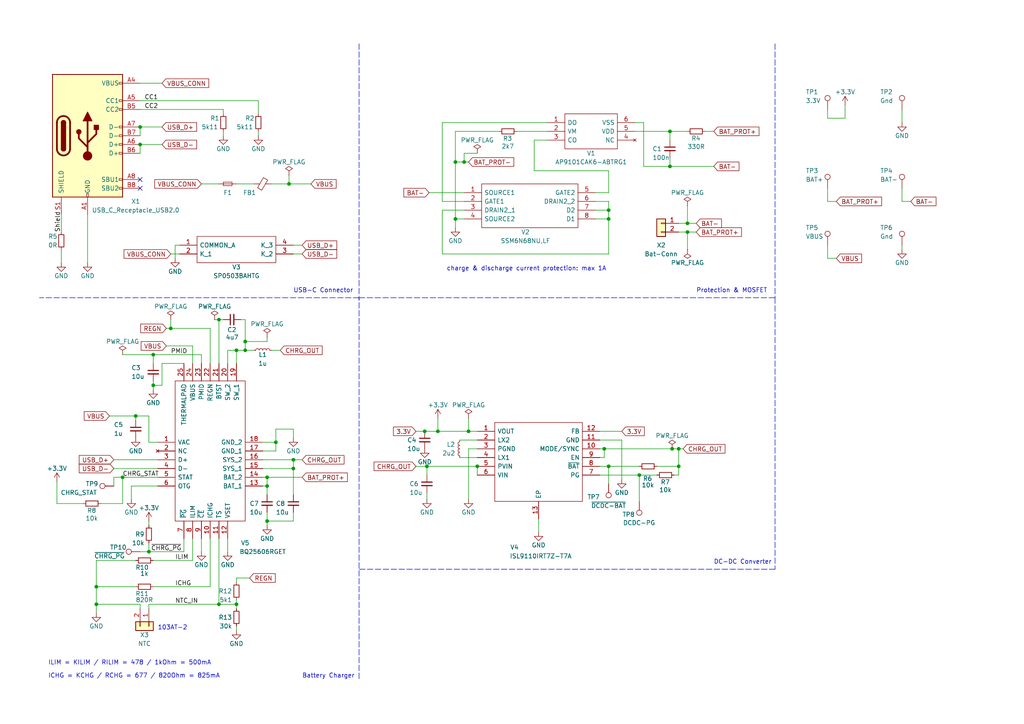
<source format=kicad_sch>
(kicad_sch (version 20211123) (generator eeschema)
  (paper "A4")
  (title_block (title "SmartWatch - [2] Power") (date "2022-06-19") (rev "0.1") (comment 4 "Simon Brenninger"))
  (lib_symbols
    (symbol "Battery Charger:BQ25606RGET" (pin_names (offset 0.762))
      (property "Reference" "PS" (at 26.67 22.86 0))
      (property "Value" "BQ25606RGET" (at 26.67 20.32 0))
      (symbol "BQ25606RGET_0_0"
        (pin input line (at 0 0 0) (length 5.08) (name "VAC") (number "1"))
        (pin input line (at 15.24 -27.94 90) (length 5.08) (name "ICHG") (number "10"))
        (pin input line (at 17.78 -27.94 90) (length 5.08) (name "TS") (number "11"))
        (pin input line (at 20.32 -27.94 90) (length 5.08) (name "VSET") (number "12"))
        (pin power_in line (at 30.48 -12.7 180) (length 5.08) (name "BAT_1") (number "13"))
        (pin power_in line (at 30.48 -10.16 180) (length 5.08) (name "BAT_2") (number "14"))
        (pin power_in line (at 30.48 -7.62 180) (length 5.08) (name "SYS_1") (number "15"))
        (pin power_in line (at 30.48 -5.08 180) (length 5.08) (name "SYS_2") (number "16"))
        (pin power_in line (at 30.48 -2.54 180) (length 5.08) (name "GND_1") (number "17"))
        (pin power_in line (at 30.48 0 180) (length 5.08) (name "GND_2") (number "18"))
        (pin power_in line (at 22.86 22.86 270) (length 5.08) (name "SW_1") (number "19"))
        (pin no_connect line (at 0 -2.54 0) (length 5.08) (name "NC") (number "2"))
        (pin power_in line (at 20.32 22.86 270) (length 5.08) (name "SW_2") (number "20"))
        (pin power_in line (at 17.78 22.86 270) (length 5.08) (name "BTST") (number "21"))
        (pin power_in line (at 15.24 22.86 270) (length 5.08) (name "REGN") (number "22"))
        (pin power_in line (at 12.7 22.86 270) (length 5.08) (name "PMID") (number "23"))
        (pin power_in line (at 10.16 22.86 270) (length 5.08) (name "VBUS") (number "24"))
        (pin power_in line (at 7.62 22.86 270) (length 5.08) (name "THERMALPAD") (number "25"))
        (pin bidirectional line (at 0 -5.08 0) (length 5.08) (name "D+") (number "3"))
        (pin bidirectional line (at 0 -7.62 0) (length 5.08) (name "D-") (number "4"))
        (pin output line (at 0 -10.16 0) (length 5.08) (name "STAT") (number "5"))
        (pin input line (at 0 -12.7 0) (length 5.08) (name "OTG") (number "6"))
        (pin output line (at 7.62 -27.94 90) (length 5.08) (name "~{PG}") (number "7"))
        (pin input line (at 10.16 -27.94 90) (length 5.08) (name "ILIM") (number "8"))
        (pin input line (at 12.7 -27.94 90) (length 5.08) (name "~{CE}") (number "9"))
      )
      (symbol "BQ25606RGET_0_1"
        (polyline (pts (xy 5.08 17.78) (xy 25.4 17.78) (xy 25.4 -22.86) (xy 5.08 -22.86) (xy 5.08 17.78)) (stroke (width 0.1524)))
      )
    )
    (symbol "Battery Protection:AP9101CAK6-ABTRG1" (pin_names (offset 0.762))
      (property "Reference" "IC" (at 21.59 7.62 0))
      (property "Value" "AP9101CAK6-ABTRG1" (at 21.59 5.08 0))
      (symbol "AP9101CAK6-ABTRG1_0_0"
        (pin passive line (at 0 0 0) (length 5.08) (name "DO") (number "1"))
        (pin passive line (at 0 -2.54 0) (length 5.08) (name "VM") (number "2"))
        (pin passive line (at 0 -5.08 0) (length 5.08) (name "CO") (number "3"))
        (pin no_connect line (at 25.4 -5.08 180) (length 5.08) (name "NC") (number "4"))
        (pin passive line (at 25.4 -2.54 180) (length 5.08) (name "VDD") (number "5"))
        (pin passive line (at 25.4 0 180) (length 5.08) (name "VSS") (number "6"))
      )
      (symbol "AP9101CAK6-ABTRG1_0_1"
        (polyline (pts (xy 5.08 2.54) (xy 20.32 2.54) (xy 20.32 -7.62) (xy 5.08 -7.62) (xy 5.08 2.54)) (stroke (width 0.1524)))
      )
    )
    (symbol "Connector:TestPoint" (pin_numbers hide) (pin_names (offset 0.762) hide)
      (property "Reference" "TP" (at 0 6.858 0))
      (property "Value" "TestPoint" (at 0 5.08 0))
      (symbol "TestPoint_0_1"
        (circle (center 0 3.302) (radius 0.762))
      )
      (symbol "TestPoint_1_1"
        (pin passive line (at 0 0 90) (length 2.54) (name "1") (number "1"))
      )
    )
    (symbol "Connector:USB_C_Receptacle_USB2.0" (pin_names (offset 1.016))
      (property "Reference" "J" (at -10.16 19.05 0))
      (property "Value" "USB_C_Receptacle_USB2.0" (at 19.05 19.05 0))
      (symbol "USB_C_Receptacle_USB2.0_0_0"
        (rectangle (start -0.254 -17.78) (end 0.254 -16.764))
        (rectangle (start 10.16 -14.986) (end 9.144 -15.494))
        (rectangle (start 10.16 -12.446) (end 9.144 -12.954))
        (rectangle (start 10.16 -4.826) (end 9.144 -5.334))
        (rectangle (start 10.16 -2.286) (end 9.144 -2.794))
        (rectangle (start 10.16 0.254) (end 9.144 -0.254))
        (rectangle (start 10.16 2.794) (end 9.144 2.286))
        (rectangle (start 10.16 7.874) (end 9.144 7.366))
        (rectangle (start 10.16 10.414) (end 9.144 9.906))
        (rectangle (start 10.16 15.494) (end 9.144 14.986))
      )
      (symbol "USB_C_Receptacle_USB2.0_0_1"
        (rectangle (start -10.16 17.78) (end 10.16 -17.78) (stroke (width 0.254)) (fill (type background)))
        (arc (start -8.89 -3.81) (mid -6.985 -5.715) (end -5.08 -3.81) (stroke (width 0.508)))
        (arc (start -7.62 -3.81) (mid -6.985 -4.445) (end -6.35 -3.81) (stroke (width 0.254)))
        (arc (start -7.62 -3.81) (mid -6.985 -4.445) (end -6.35 -3.81) (stroke (width 0.254)) (fill (type outline)))
        (rectangle (start -7.62 -3.81) (end -6.35 3.81) (stroke (width 0.254)) (fill (type outline)))
        (arc (start -6.35 3.81) (mid -6.985 4.445) (end -7.62 3.81) (stroke (width 0.254)))
        (arc (start -6.35 3.81) (mid -6.985 4.445) (end -7.62 3.81) (stroke (width 0.254)) (fill (type outline)))
        (arc (start -5.08 3.81) (mid -6.985 5.715) (end -8.89 3.81) (stroke (width 0.508)))
        (circle (center -2.54 1.143) (radius 0.635) (stroke (width 0.254)) (fill (type outline)))
        (circle (center 0 -5.842) (radius 1.27) (fill (type outline)))
        (polyline (pts (xy -8.89 -3.81) (xy -8.89 3.81)) (stroke (width 0.508)))
        (polyline (pts (xy -5.08 3.81) (xy -5.08 -3.81)) (stroke (width 0.508)))
        (polyline (pts (xy 0 -5.842) (xy 0 4.318)) (stroke (width 0.508)))
        (polyline (pts (xy 0 -3.302) (xy -2.54 -0.762) (xy -2.54 0.508)) (stroke (width 0.508)))
        (polyline (pts (xy 0 -2.032) (xy 2.54 0.508) (xy 2.54 1.778)) (stroke (width 0.508)))
        (polyline (pts (xy -1.27 4.318) (xy 0 6.858) (xy 1.27 4.318) (xy -1.27 4.318)) (stroke (width 0.254)) (fill (type outline)))
        (rectangle (start 1.905 1.778) (end 3.175 3.048) (stroke (width 0.254)) (fill (type outline)))
      )
      (symbol "USB_C_Receptacle_USB2.0_1_1"
        (pin passive line (at 0 -22.86 90) (length 5.08) (name "GND") (number "A1"))
        (pin passive line (at 0 -22.86 90) (length 5.08) hide (name "GND") (number "A12"))
        (pin passive line (at 15.24 15.24 180) (length 5.08) (name "VBUS") (number "A4"))
        (pin bidirectional line (at 15.24 10.16 180) (length 5.08) (name "CC1") (number "A5"))
        (pin bidirectional line (at 15.24 -2.54 180) (length 5.08) (name "D+") (number "A6"))
        (pin bidirectional line (at 15.24 2.54 180) (length 5.08) (name "D-") (number "A7"))
        (pin bidirectional line (at 15.24 -12.7 180) (length 5.08) (name "SBU1") (number "A8"))
        (pin passive line (at 15.24 15.24 180) (length 5.08) hide (name "VBUS") (number "A9"))
        (pin passive line (at 0 -22.86 90) (length 5.08) hide (name "GND") (number "B1"))
        (pin passive line (at 0 -22.86 90) (length 5.08) hide (name "GND") (number "B12"))
        (pin passive line (at 15.24 15.24 180) (length 5.08) hide (name "VBUS") (number "B4"))
        (pin bidirectional line (at 15.24 7.62 180) (length 5.08) (name "CC2") (number "B5"))
        (pin bidirectional line (at 15.24 -5.08 180) (length 5.08) (name "D+") (number "B6"))
        (pin bidirectional line (at 15.24 0 180) (length 5.08) (name "D-") (number "B7"))
        (pin bidirectional line (at 15.24 -15.24 180) (length 5.08) (name "SBU2") (number "B8"))
        (pin passive line (at 15.24 15.24 180) (length 5.08) hide (name "VBUS") (number "B9"))
        (pin passive line (at -7.62 -22.86 90) (length 5.08) (name "SHIELD") (number "S1"))
      )
    )
    (symbol "Connector_Generic:Conn_01x02" (pin_names (offset 1.016) hide)
      (property "Reference" "J" (at 0 2.54 0))
      (property "Value" "Conn_01x02" (at 0 -5.08 0))
      (symbol "Conn_01x02_1_1"
        (rectangle (start -1.27 -2.413) (end 0 -2.667) (stroke (width 0.1524)))
        (rectangle (start -1.27 0.127) (end 0 -0.127) (stroke (width 0.1524)))
        (rectangle (start -1.27 1.27) (end 1.27 -3.81) (stroke (width 0.254)) (fill (type background)))
        (pin passive line (at -5.08 0 0) (length 3.81) (name "Pin_1") (number "1"))
        (pin passive line (at -5.08 -2.54 0) (length 3.81) (name "Pin_2") (number "2"))
      )
    )
    (symbol "Device:C_Small" (pin_numbers hide) (pin_names (offset 0.254) hide)
      (property "Reference" "C" (at 0.254 1.778 0))
      (property "Value" "C_Small" (at 0.254 -2.032 0))
      (symbol "C_Small_0_1"
        (polyline (pts (xy -1.524 -0.508) (xy 1.524 -0.508)) (stroke (width 0.3302)))
        (polyline (pts (xy -1.524 0.508) (xy 1.524 0.508)) (stroke (width 0.3048)))
      )
      (symbol "C_Small_1_1"
        (pin passive line (at 0 2.54 270) (length 2.032) (name "~") (number "1"))
        (pin passive line (at 0 -2.54 90) (length 2.032) (name "~") (number "2"))
      )
    )
    (symbol "Device:FerriteBead_Small" (pin_numbers hide) (pin_names (offset 0))
      (property "Reference" "FB" (at 1.905 1.27 0))
      (property "Value" "FerriteBead_Small" (at 1.905 -1.27 0))
      (symbol "FerriteBead_Small_0_1"
        (polyline (pts (xy 0 -1.27) (xy 0 -0.7874)))
        (polyline (pts (xy 0 0.889) (xy 0 1.2954)))
        (polyline (pts (xy -1.8288 0.2794) (xy -1.1176 1.4986) (xy 1.8288 -0.2032) (xy 1.1176 -1.4224) (xy -1.8288 0.2794)))
      )
      (symbol "FerriteBead_Small_1_1"
        (pin passive line (at 0 2.54 270) (length 1.27) (name "~") (number "1"))
        (pin passive line (at 0 -2.54 90) (length 1.27) (name "~") (number "2"))
      )
    )
    (symbol "Device:Fuse_Small" (pin_numbers hide) (pin_names (offset 0.254) hide)
      (property "Reference" "F" (at 0 -1.524 0))
      (property "Value" "Fuse_Small" (at 0 1.524 0))
      (symbol "Fuse_Small_0_1"
        (rectangle (start -1.27 0.508) (end 1.27 -0.508))
        (polyline (pts (xy -1.27 0) (xy 1.27 0)))
      )
      (symbol "Fuse_Small_1_1"
        (pin passive line (at -2.54 0 0) (length 1.27) (name "~") (number "1"))
        (pin passive line (at 2.54 0 180) (length 1.27) (name "~") (number "2"))
      )
    )
    (symbol "Device:L_Small" (pin_numbers hide) (pin_names (offset 0.254) hide)
      (property "Reference" "L" (at 0.762 1.016 0))
      (property "Value" "L_Small" (at 0.762 -1.016 0))
      (symbol "L_Small_0_1"
        (arc (start 0 -2.032) (mid 0.508 -1.524) (end 0 -1.016))
        (arc (start 0 -1.016) (mid 0.508 -0.508) (end 0 0))
        (arc (start 0 0) (mid 0.508 0.508) (end 0 1.016))
        (arc (start 0 1.016) (mid 0.508 1.524) (end 0 2.032))
      )
      (symbol "L_Small_1_1"
        (pin passive line (at 0 2.54 270) (length 0.508) (name "~") (number "1"))
        (pin passive line (at 0 -2.54 90) (length 0.508) (name "~") (number "2"))
      )
    )
    (symbol "Device:R_Small" (pin_numbers hide) (pin_names (offset 0.254) hide)
      (property "Reference" "R" (at 0.762 0.508 0))
      (property "Value" "R_Small" (at 0.762 -1.016 0))
      (symbol "R_Small_0_1"
        (rectangle (start -0.762 1.778) (end 0.762 -1.778) (stroke (width 0.2032)))
      )
      (symbol "R_Small_1_1"
        (pin passive line (at 0 2.54 270) (length 0.762) (name "~") (number "1"))
        (pin passive line (at 0 -2.54 90) (length 0.762) (name "~") (number "2"))
      )
    )
    (symbol "ESD Protection:SP0503BAHTG" (pin_names (offset 0.762))
      (property "Reference" "D" (at 29.21 7.62 0))
      (property "Value" "SP0503BAHTG" (at 29.21 5.08 0))
      (symbol "SP0503BAHTG_0_0"
        (pin passive line (at 0 0 0) (length 5.08) (name "COMMON_A") (number "1"))
        (pin passive line (at 0 -2.54 0) (length 5.08) (name "K_1") (number "2"))
        (pin passive line (at 33.02 -2.54 180) (length 5.08) (name "K_2") (number "3"))
        (pin passive line (at 33.02 0 180) (length 5.08) (name "K_3") (number "4"))
      )
      (symbol "SP0503BAHTG_0_1"
        (polyline (pts (xy 5.08 2.54) (xy 27.94 2.54) (xy 27.94 -5.08) (xy 5.08 -5.08) (xy 5.08 2.54)) (stroke (width 0.1524)))
      )
    )
    (symbol "MOSFET:SSM6N68NU,LF" (pin_names (offset 0.762))
      (property "Reference" "Q" (at 34.29 7.62 0))
      (property "Value" "SSM6N68NU,LF" (at 34.29 5.08 0))
      (symbol "SSM6N68NU,LF_0_0"
        (pin passive line (at 0 0 0) (length 5.08) (name "SOURCE1") (number "1"))
        (pin passive line (at 0 -2.54 0) (length 5.08) (name "GATE1") (number "2"))
        (pin passive line (at 0 -5.08 0) (length 5.08) (name "DRAIN2_1") (number "3"))
        (pin passive line (at 0 -7.62 0) (length 5.08) (name "SOURCE2") (number "4"))
        (pin passive line (at 38.1 0 180) (length 5.08) (name "GATE2") (number "5"))
        (pin passive line (at 38.1 -2.54 180) (length 5.08) (name "DRAIN2_2") (number "6"))
        (pin passive line (at 38.1 -5.08 180) (length 5.08) (name "D2") (number "7"))
        (pin passive line (at 38.1 -7.62 180) (length 5.08) (name "D1") (number "8"))
      )
      (symbol "SSM6N68NU,LF_0_1"
        (polyline (pts (xy 5.08 2.54) (xy 33.02 2.54) (xy 33.02 -10.16) (xy 5.08 -10.16) (xy 5.08 2.54)) (stroke (width 0.1524)))
      )
    )
    (symbol "Voltage Regulator:ISL9110IRT7Z-T7A" (pin_names (offset 0.762))
      (property "Reference" "IC" (at 31.75 7.62 0))
      (property "Value" "ISL9110IRT7Z-T7A" (at 31.75 5.08 0))
      (symbol "ISL9110IRT7Z-T7A_0_0"
        (pin passive line (at 0 0 0) (length 5.08) (name "VOUT") (number "1"))
        (pin passive line (at 35.56 -5.08 180) (length 5.08) (name "MODE/SYNC") (number "10"))
        (pin passive line (at 35.56 -2.54 180) (length 5.08) (name "GND") (number "11"))
        (pin passive line (at 35.56 0 180) (length 5.08) (name "FB") (number "12"))
        (pin passive line (at 17.78 -25.4 90) (length 5.08) (name "EP") (number "13"))
        (pin passive line (at 0 -2.54 0) (length 5.08) (name "LX2") (number "2"))
        (pin passive line (at 0 -5.08 0) (length 5.08) (name "PGND") (number "3"))
        (pin passive line (at 0 -7.62 0) (length 5.08) (name "LX1") (number "4"))
        (pin passive line (at 0 -10.16 0) (length 5.08) (name "PVIN") (number "5"))
        (pin passive line (at 0 -12.7 0) (length 5.08) (name "VIN") (number "6"))
        (pin passive line (at 35.56 -12.7 180) (length 5.08) (name "PG") (number "7"))
        (pin passive line (at 35.56 -10.16 180) (length 5.08) (name "~{BAT}") (number "8"))
        (pin passive line (at 35.56 -7.62 180) (length 5.08) (name "EN") (number "9"))
      )
      (symbol "ISL9110IRT7Z-T7A_0_1"
        (polyline (pts (xy 5.08 2.54) (xy 30.48 2.54) (xy 30.48 -20.32) (xy 5.08 -20.32) (xy 5.08 2.54)) (stroke (width 0.1524)))
      )
    )
    (symbol "power:+3.3V" (power) (pin_names (offset 0))
      (property "Value" "+3.3V" (at 0 3.556 0))
      (symbol "+3.3V_0_1"
        (polyline (pts (xy -0.762 1.27) (xy 0 2.54)))
        (polyline (pts (xy 0 0) (xy 0 2.54)))
        (polyline (pts (xy 0 2.54) (xy 0.762 1.27)))
      )
      (symbol "+3.3V_1_1"
        (pin power_in line (at 0 0 90) (length 0) hide (name "+3.3V") (number "1"))
      )
    )
    (symbol "power:GND" (power) (pin_names (offset 0))
      (property "Value" "GND" (at 0 -3.81 0))
      (symbol "GND_0_1"
        (polyline (pts (xy 0 0) (xy 0 -1.27) (xy 1.27 -1.27) (xy 0 -2.54) (xy -1.27 -1.27) (xy 0 -1.27)))
      )
      (symbol "GND_1_1"
        (pin power_in line (at 0 0 270) (length 0) hide (name "GND") (number "1"))
      )
    )
    (symbol "power:PWR_FLAG" (power) (pin_numbers hide) (pin_names (offset 0) hide)
      (property "Value" "PWR_FLAG" (at 0 3.81 0))
      (symbol "PWR_FLAG_0_0"
        (pin power_out line (at 0 0 90) (length 0) (name "pwr") (number "1"))
      )
      (symbol "PWR_FLAG_0_1"
        (polyline (pts (xy 0 0) (xy 0 1.27) (xy -1.016 1.905) (xy 0 2.54) (xy 1.016 1.905) (xy 0 1.27)))
      )
    )
  )
  (junction (at 35.56 138.43))
  (junction (at 132.08 46.99))
  (junction (at 27.94 175.26))
  (junction (at 44.45 102.87))
  (junction (at 175.26 130.175))
  (junction (at 134.62 46.99))
  (junction (at 85.09 135.89))
  (junction (at 176.53 63.5))
  (junction (at 77.47 138.43))
  (junction (at 127 125.095))
  (junction (at 194.31 38.1))
  (junction (at 199.39 64.77))
  (junction (at 132.08 63.5))
  (junction (at 199.39 67.31))
  (junction (at 123.825 135.255))
  (junction (at 138.43 135.255))
  (junction (at 176.53 60.96))
  (junction (at 196.85 130.175))
  (junction (at 40.64 36.83))
  (junction (at 63.5 92.71))
  (junction (at 39.37 120.65))
  (junction (at 135.89 125.095))
  (junction (at 80.01 128.27))
  (junction (at 194.945 130.175))
  (junction (at 194.31 48.26))
  (junction (at 185.42 137.795))
  (junction (at 71.12 101.6))
  (junction (at 44.45 111.76))
  (junction (at 123.19 125.095))
  (junction (at 77.47 140.97))
  (junction (at 71.12 99.06))
  (junction (at 43.18 160.02))
  (junction (at 68.58 101.6))
  (junction (at 85.09 133.35))
  (junction (at 40.64 41.91))
  (junction (at 63.5 175.26))
  (junction (at 77.47 151.13))
  (junction (at 196.85 135.255))
  (junction (at 27.94 170.18))
  (junction (at 68.58 175.26))
  (junction (at 49.53 95.25))
  (junction (at 83.82 53.34))
  (junction (at 176.53 135.255))
  (no_connect (at 40.64 52.07))
  (no_connect (at 40.64 54.61))
  (wire (pts (xy 199.39 67.31) (xy 199.39 72.39)))
  (wire (pts (xy 77.47 138.43) (xy 77.47 140.97)))
  (wire (pts (xy 29.21 146.05) (xy 35.56 146.05)))
  (wire (pts (xy 184.15 38.1) (xy 194.31 38.1)))
  (wire (pts (xy 158.75 35.56) (xy 128.27 35.56)))
  (wire (pts (xy 60.96 170.18) (xy 44.45 170.18)))
  (wire (pts (xy 40.64 41.91) (xy 46.99 41.91)))
  (wire (pts (xy 127 121.285) (xy 127 125.095)))
  (wire (pts (xy 242.57 74.93) (xy 240.03 74.93)))
  (wire (pts (xy 55.88 100.33) (xy 55.88 105.41)))
  (wire (pts (xy 63.5 105.41) (xy 63.5 92.71)))
  (wire (pts (xy 85.09 73.66) (xy 87.63 73.66)))
  (wire (pts (xy 46.99 105.41) (xy 46.99 111.76)))
  (wire (pts (xy 33.02 138.43) (xy 33.02 140.97)))
  (wire (pts (xy 196.85 130.175) (xy 196.85 135.255)))
  (wire (pts (xy 46.99 111.76) (xy 44.45 111.76)))
  (wire (pts (xy 190.5 135.255) (xy 196.85 135.255)))
  (wire (pts (xy 76.2 135.89) (xy 85.09 135.89)))
  (wire (pts (xy 62.23 92.71) (xy 63.5 92.71)))
  (wire (pts (xy 40.64 31.75) (xy 64.77 31.75)))
  (wire (pts (xy 66.04 160.02) (xy 66.04 156.21)))
  (wire (pts (xy 77.47 140.97) (xy 77.47 143.51)))
  (wire (pts (xy 58.42 53.34) (xy 63.5 53.34)))
  (wire (pts (xy 201.93 64.77) (xy 199.39 64.77)))
  (wire (pts (xy 68.58 167.64) (xy 72.39 167.64)))
  (wire (pts (xy 186.69 48.26) (xy 194.31 48.26)))
  (wire (pts (xy 120.65 125.095) (xy 123.19 125.095)))
  (wire (pts (xy 44.45 102.87) (xy 44.45 105.41)))
  (wire (pts (xy 261.62 58.42) (xy 264.16 58.42)))
  (wire (pts (xy 63.5 175.26) (xy 63.5 156.21)))
  (wire (pts (xy 176.53 60.96) (xy 172.72 60.96)))
  (wire (pts (xy 17.78 62.23) (xy 17.78 67.31)))
  (wire (pts (xy 44.45 111.76) (xy 44.45 113.03)))
  (wire (pts (xy 43.18 120.65) (xy 39.37 120.65)))
  (wire (pts (xy 80.01 124.46) (xy 85.09 124.46)))
  (wire (pts (xy 199.39 59.69) (xy 199.39 64.77)))
  (wire (pts (xy 138.43 135.255) (xy 138.43 137.795)))
  (wire (pts (xy 201.93 67.31) (xy 199.39 67.31)))
  (wire (pts (xy 158.75 40.64) (xy 154.94 40.64)))
  (wire (pts (xy 58.42 105.41) (xy 58.42 102.87)))
  (wire (pts (xy 186.69 35.56) (xy 186.69 48.26)))
  (wire (pts (xy 173.99 137.795) (xy 185.42 137.795)))
  (wire (pts (xy 77.47 151.13) (xy 77.47 148.59)))
  (wire (pts (xy 33.02 133.35) (xy 45.72 133.35)))
  (wire (pts (xy 128.27 73.66) (xy 176.53 73.66)))
  (wire (pts (xy 38.1 140.97) (xy 45.72 140.97)))
  (wire (pts (xy 40.64 175.26) (xy 40.64 176.53)))
  (wire (pts (xy 245.11 34.29) (xy 240.03 34.29)))
  (wire (pts (xy 38.1 144.78) (xy 38.1 140.97)))
  (wire (pts (xy 76.2 140.97) (xy 77.47 140.97)))
  (wire (pts (xy 45.72 128.27) (xy 43.18 128.27)))
  (wire (pts (xy 85.09 133.35) (xy 87.63 133.35)))
  (polyline (pts (xy 104.14 86.36) (xy 224.79 86.36)))
  (wire (pts (xy 180.34 125.095) (xy 173.99 125.095)))
  (wire (pts (xy 35.56 138.43) (xy 45.72 138.43)))
  (wire (pts (xy 53.34 156.21) (xy 53.34 160.02)))
  (wire (pts (xy 135.89 125.095) (xy 138.43 125.095)))
  (wire (pts (xy 133.35 127.635) (xy 138.43 127.635)))
  (wire (pts (xy 40.64 36.83) (xy 46.99 36.83)))
  (wire (pts (xy 154.94 40.64) (xy 154.94 49.53)))
  (wire (pts (xy 80.01 128.27) (xy 80.01 124.46)))
  (wire (pts (xy 74.93 29.21) (xy 74.93 33.02)))
  (wire (pts (xy 138.43 130.175) (xy 135.89 130.175)))
  (wire (pts (xy 176.53 135.255) (xy 185.42 135.255)))
  (wire (pts (xy 149.86 38.1) (xy 158.75 38.1)))
  (wire (pts (xy 64.77 39.37) (xy 64.77 38.1)))
  (wire (pts (xy 77.47 138.43) (xy 87.63 138.43)))
  (wire (pts (xy 135.89 121.285) (xy 135.89 125.095)))
  (wire (pts (xy 77.47 97.79) (xy 77.47 99.06)))
  (wire (pts (xy 49.53 73.66) (xy 52.07 73.66)))
  (wire (pts (xy 78.74 53.34) (xy 83.82 53.34)))
  (wire (pts (xy 199.39 67.31) (xy 196.85 67.31)))
  (wire (pts (xy 134.62 60.96) (xy 128.27 60.96)))
  (wire (pts (xy 173.99 135.255) (xy 176.53 135.255)))
  (wire (pts (xy 43.18 160.02) (xy 43.18 157.48)))
  (wire (pts (xy 240.03 34.29) (xy 240.03 31.75)))
  (wire (pts (xy 77.47 99.06) (xy 71.12 99.06)))
  (wire (pts (xy 134.62 55.88) (xy 124.46 55.88)))
  (wire (pts (xy 123.825 137.795) (xy 123.825 135.255)))
  (wire (pts (xy 175.26 130.175) (xy 194.945 130.175)))
  (wire (pts (xy 176.53 49.53) (xy 176.53 55.88)))
  (wire (pts (xy 83.82 50.8) (xy 83.82 53.34)))
  (wire (pts (xy 43.18 175.26) (xy 63.5 175.26)))
  (polyline (pts (xy 104.14 86.36) (xy 11.43 86.36)))
  (wire (pts (xy 261.62 35.56) (xy 261.62 31.75)))
  (wire (pts (xy 48.26 95.25) (xy 49.53 95.25)))
  (wire (pts (xy 85.09 151.13) (xy 77.47 151.13)))
  (wire (pts (xy 78.74 101.6) (xy 81.28 101.6)))
  (polyline (pts (xy 224.79 12.7) (xy 224.79 86.36)))
  (wire (pts (xy 27.94 175.26) (xy 40.64 175.26)))
  (wire (pts (xy 173.99 132.715) (xy 175.26 132.715)))
  (wire (pts (xy 261.62 54.61) (xy 261.62 58.42)))
  (wire (pts (xy 175.26 130.175) (xy 175.26 132.715)))
  (wire (pts (xy 55.88 156.21) (xy 55.88 162.56)))
  (wire (pts (xy 199.39 64.77) (xy 196.85 64.77)))
  (wire (pts (xy 204.47 38.1) (xy 207.01 38.1)))
  (wire (pts (xy 176.53 55.88) (xy 172.72 55.88)))
  (wire (pts (xy 27.94 162.56) (xy 39.37 162.56)))
  (wire (pts (xy 16.51 146.05) (xy 24.13 146.05)))
  (wire (pts (xy 44.45 110.49) (xy 44.45 111.76)))
  (wire (pts (xy 80.01 130.81) (xy 80.01 128.27)))
  (wire (pts (xy 176.53 63.5) (xy 172.72 63.5)))
  (wire (pts (xy 242.57 58.42) (xy 240.03 58.42)))
  (wire (pts (xy 43.18 152.4) (xy 43.18 151.13)))
  (wire (pts (xy 176.53 60.96) (xy 176.53 63.5)))
  (polyline (pts (xy 104.14 196.85) (xy 104.14 86.36)))
  (wire (pts (xy 85.09 135.89) (xy 85.09 143.51)))
  (polyline (pts (xy 224.79 86.36) (xy 224.79 165.1)))
  (wire (pts (xy 64.77 31.75) (xy 64.77 33.02)))
  (wire (pts (xy 128.27 60.96) (xy 128.27 73.66)))
  (wire (pts (xy 39.37 120.65) (xy 31.75 120.65)))
  (wire (pts (xy 66.04 105.41) (xy 66.04 101.6)))
  (wire (pts (xy 53.34 105.41) (xy 46.99 105.41)))
  (wire (pts (xy 16.51 139.7) (xy 16.51 146.05)))
  (wire (pts (xy 69.85 92.71) (xy 71.12 92.71)))
  (wire (pts (xy 144.78 38.1) (xy 132.08 38.1)))
  (wire (pts (xy 44.45 162.56) (xy 55.88 162.56)))
  (wire (pts (xy 68.58 175.26) (xy 68.58 176.53)))
  (wire (pts (xy 68.58 53.34) (xy 73.66 53.34)))
  (wire (pts (xy 76.2 133.35) (xy 85.09 133.35)))
  (wire (pts (xy 176.53 73.66) (xy 176.53 63.5)))
  (wire (pts (xy 123.19 125.095) (xy 127 125.095)))
  (wire (pts (xy 132.08 63.5) (xy 134.62 63.5)))
  (wire (pts (xy 76.2 130.81) (xy 80.01 130.81)))
  (wire (pts (xy 25.4 62.23) (xy 25.4 76.2)))
  (wire (pts (xy 49.53 92.71) (xy 49.53 95.25)))
  (wire (pts (xy 173.99 127.635) (xy 180.34 127.635)))
  (wire (pts (xy 40.64 36.83) (xy 40.64 39.37)))
  (wire (pts (xy 194.945 130.175) (xy 196.85 130.175)))
  (wire (pts (xy 128.27 58.42) (xy 134.62 58.42)))
  (wire (pts (xy 196.85 130.175) (xy 198.12 130.175)))
  (wire (pts (xy 71.12 92.71) (xy 71.12 99.06)))
  (wire (pts (xy 17.78 76.2) (xy 17.78 72.39)))
  (wire (pts (xy 185.42 137.795) (xy 185.42 145.415)))
  (wire (pts (xy 261.62 72.39) (xy 261.62 71.12)))
  (wire (pts (xy 71.12 99.06) (xy 71.12 101.6)))
  (wire (pts (xy 184.15 35.56) (xy 186.69 35.56)))
  (wire (pts (xy 68.58 168.91) (xy 68.58 167.64)))
  (wire (pts (xy 76.2 128.27) (xy 80.01 128.27)))
  (wire (pts (xy 245.11 30.48) (xy 245.11 34.29)))
  (wire (pts (xy 240.03 58.42) (xy 240.03 54.61)))
  (wire (pts (xy 176.53 58.42) (xy 172.72 58.42)))
  (wire (pts (xy 127 125.095) (xy 135.89 125.095)))
  (polyline (pts (xy 104.14 12.7) (xy 104.14 86.995)))
  (wire (pts (xy 240.03 71.12) (xy 240.03 74.93)))
  (wire (pts (xy 43.18 160.02) (xy 53.34 160.02)))
  (wire (pts (xy 85.09 148.59) (xy 85.09 151.13)))
  (wire (pts (xy 180.34 127.635) (xy 180.34 139.065)))
  (wire (pts (xy 50.8 71.12) (xy 52.07 71.12)))
  (wire (pts (xy 50.8 74.93) (xy 50.8 71.12)))
  (wire (pts (xy 138.43 44.45) (xy 134.62 44.45)))
  (wire (pts (xy 76.2 138.43) (xy 77.47 138.43)))
  (wire (pts (xy 132.08 66.04) (xy 132.08 63.5)))
  (wire (pts (xy 39.37 170.18) (xy 27.94 170.18)))
  (wire (pts (xy 46.99 24.13) (xy 40.64 24.13)))
  (wire (pts (xy 196.85 137.795) (xy 196.85 135.255)))
  (wire (pts (xy 176.53 135.255) (xy 176.53 140.335)))
  (wire (pts (xy 85.09 124.46) (xy 85.09 127)))
  (wire (pts (xy 33.02 138.43) (xy 35.56 138.43)))
  (wire (pts (xy 83.82 53.34) (xy 90.17 53.34)))
  (wire (pts (xy 185.42 137.795) (xy 190.5 137.795)))
  (wire (pts (xy 133.35 132.715) (xy 138.43 132.715)))
  (wire (pts (xy 135.89 130.175) (xy 135.89 144.78)))
  (wire (pts (xy 74.93 39.37) (xy 74.93 38.1)))
  (wire (pts (xy 63.5 92.71) (xy 64.77 92.71)))
  (wire (pts (xy 173.99 130.175) (xy 175.26 130.175)))
  (wire (pts (xy 154.94 49.53) (xy 176.53 49.53)))
  (wire (pts (xy 68.58 182.88) (xy 68.58 181.61)))
  (wire (pts (xy 194.31 45.72) (xy 194.31 48.26)))
  (wire (pts (xy 27.94 162.56) (xy 27.94 170.18)))
  (wire (pts (xy 40.64 160.02) (xy 43.18 160.02)))
  (wire (pts (xy 120.65 135.255) (xy 123.825 135.255)))
  (wire (pts (xy 49.53 95.25) (xy 60.96 95.25)))
  (wire (pts (xy 40.64 41.91) (xy 40.64 44.45)))
  (wire (pts (xy 123.825 135.255) (xy 138.43 135.255)))
  (wire (pts (xy 27.94 175.26) (xy 27.94 177.8)))
  (wire (pts (xy 68.58 101.6) (xy 71.12 101.6)))
  (wire (pts (xy 35.56 102.87) (xy 44.45 102.87)))
  (wire (pts (xy 196.85 137.795) (xy 195.58 137.795)))
  (wire (pts (xy 60.96 156.21) (xy 60.96 170.18)))
  (wire (pts (xy 73.66 101.6) (xy 71.12 101.6)))
  (wire (pts (xy 35.56 138.43) (xy 35.56 146.05)))
  (polyline (pts (xy 224.79 165.1) (xy 104.14 165.1)))
  (wire (pts (xy 132.08 38.1) (xy 132.08 46.99)))
  (wire (pts (xy 194.31 38.1) (xy 199.39 38.1)))
  (wire (pts (xy 63.5 175.26) (xy 68.58 175.26)))
  (wire (pts (xy 39.37 120.65) (xy 39.37 121.92)))
  (wire (pts (xy 48.26 100.33) (xy 55.88 100.33)))
  (wire (pts (xy 68.58 105.41) (xy 68.58 101.6)))
  (wire (pts (xy 134.62 46.99) (xy 135.89 46.99)))
  (wire (pts (xy 87.63 71.12) (xy 85.09 71.12)))
  (wire (pts (xy 77.47 152.4) (xy 77.47 151.13)))
  (wire (pts (xy 33.02 135.89) (xy 45.72 135.89)))
  (wire (pts (xy 156.21 150.495) (xy 156.21 154.305)))
  (wire (pts (xy 176.53 60.96) (xy 176.53 58.42)))
  (wire (pts (xy 132.08 46.99) (xy 134.62 46.99)))
  (wire (pts (xy 58.42 156.21) (xy 58.42 160.02)))
  (wire (pts (xy 40.64 29.21) (xy 74.93 29.21)))
  (wire (pts (xy 66.04 101.6) (xy 68.58 101.6)))
  (wire (pts (xy 68.58 173.99) (xy 68.58 175.26)))
  (wire (pts (xy 43.18 175.26) (xy 43.18 176.53)))
  (wire (pts (xy 134.62 44.45) (xy 134.62 46.99)))
  (wire (pts (xy 43.18 128.27) (xy 43.18 120.65)))
  (wire (pts (xy 60.96 95.25) (xy 60.96 105.41)))
  (wire (pts (xy 132.08 46.99) (xy 132.08 63.5)))
  (wire (pts (xy 194.31 48.26) (xy 207.01 48.26)))
  (wire (pts (xy 194.31 38.1) (xy 194.31 40.64)))
  (wire (pts (xy 58.42 102.87) (xy 44.45 102.87)))
  (wire (pts (xy 85.09 135.89) (xy 85.09 133.35)))
  (wire (pts (xy 123.825 144.78) (xy 123.825 142.875)))
  (wire (pts (xy 128.27 35.56) (xy 128.27 58.42)))
  (wire (pts (xy 27.94 170.18) (xy 27.94 175.26)))
  (text "ICHG = KCHG / RCHG = 677 / 820Ohm = 825mA" (at 13.97 196.85 0) (effects (font (size 1.27 1.27)) (justify left bottom)))
  (text "ILIM = KILIM / RILIM = 478 / 1kOhm = 500mA" (at 13.97 193.04 0) (effects (font (size 1.27 1.27)) (justify left bottom)))
  (text "DC-DC Converter" (at 207.01 163.83 0) (effects (font (size 1.27 1.27)) (justify left bottom)))
  (text "USB-C Connector" (at 85.09 85.09 0) (effects (font (size 1.27 1.27)) (justify left bottom)))
  (text "charge & discharge current protection: max 1A" (at 129.54 78.74 0) (effects (font (size 1.27 1.27)) (justify left bottom)))
  (text "Protection & MOSFET" (at 201.93 85.09 0) (effects (font (size 1.27 1.27)) (justify left bottom)))
  (text "103AT-2" (at 45.72 182.88 0) (effects (font (size 1.27 1.27)) (justify left bottom)))
  (text "Battery Charger" (at 87.63 196.85 0) (effects (font (size 1.27 1.27)) (justify left bottom)))
  (label "ICHG" (at 50.8 170.18 0))
  (label "ILIM" (at 50.8 162.56 0))
  (label "CC2" (at 41.91 31.75 0))
  (label "CHRG_STAT" (at 35.56 138.43 0))
  (label "Shield" (at 17.78 67.31 90))
  (label "NTC_IN" (at 50.8 175.26 0))
  (label "PMID" (at 49.53 102.87 0))
  (label "CC1" (at 41.91 29.21 0))
  (label "~{CHRG_PG}" (at 43.815 160.02 0))
  (global_label "VBUS" (shape input) (at 48.26 100.33 180) (property "Intersheet References" "${INTERSHEET_REFS}" (effects hide)))
  (global_label "VBUS_CONN" (shape input) (at 49.53 73.66 180) (property "Intersheet References" "${INTERSHEET_REFS}" (effects hide)))
  (global_label "BAT-" (shape input) (at 201.93 64.77 0) (property "Intersheet References" "${INTERSHEET_REFS}" (effects hide)))
  (global_label "3.3V" (shape input) (at 180.34 125.095 0) (property "Intersheet References" "${INTERSHEET_REFS}" (effects hide)))
  (global_label "CHRG_OUT" (shape input) (at 120.65 135.255 180) (property "Intersheet References" "${INTERSHEET_REFS}" (effects hide)))
  (global_label "CHRG_OUT" (shape input) (at 198.12 130.175 0) (property "Intersheet References" "${INTERSHEET_REFS}" (effects hide)))
  (global_label "3.3V" (shape input) (at 120.65 125.095 180) (property "Intersheet References" "${INTERSHEET_REFS}" (effects hide)))
  (global_label "BAT_PROT-" (shape input) (at 135.89 46.99 0) (property "Intersheet References" "${INTERSHEET_REFS}" (effects hide)))
  (global_label "REGN" (shape input) (at 72.39 167.64 0) (property "Intersheet References" "${INTERSHEET_REFS}" (effects hide)))
  (global_label "VBUS" (shape input) (at 242.57 74.93 0) (property "Intersheet References" "${INTERSHEET_REFS}" (effects hide)))
  (global_label "USB_D-" (shape input) (at 33.02 135.89 180) (property "Intersheet References" "${INTERSHEET_REFS}" (effects hide)))
  (global_label "BAT_PROT+" (shape input) (at 207.01 38.1 0) (property "Intersheet References" "${INTERSHEET_REFS}" (effects hide)))
  (global_label "USB_D-" (shape input) (at 87.63 73.66 0) (property "Intersheet References" "${INTERSHEET_REFS}" (effects hide)))
  (global_label "CHRG_OUT" (shape input) (at 81.28 101.6 0) (property "Intersheet References" "${INTERSHEET_REFS}" (effects hide)))
  (global_label "CHRG_OUT" (shape input) (at 87.63 133.35 0) (property "Intersheet References" "${INTERSHEET_REFS}" (effects hide)))
  (global_label "USB_D+" (shape input) (at 46.99 36.83 0) (property "Intersheet References" "${INTERSHEET_REFS}" (effects hide)))
  (global_label "BAT_PROT+" (shape input) (at 87.63 138.43 0) (property "Intersheet References" "${INTERSHEET_REFS}" (effects hide)))
  (global_label "BAT-" (shape input) (at 207.01 48.26 0) (property "Intersheet References" "${INTERSHEET_REFS}" (effects hide)))
  (global_label "USB_D-" (shape input) (at 46.99 41.91 0) (property "Intersheet References" "${INTERSHEET_REFS}" (effects hide)))
  (global_label "VBUS_CONN" (shape input) (at 46.99 24.13 0) (property "Intersheet References" "${INTERSHEET_REFS}" (effects hide)))
  (global_label "BAT_PROT+" (shape input) (at 242.57 58.42 0) (property "Intersheet References" "${INTERSHEET_REFS}" (effects hide)))
  (global_label "BAT-" (shape input) (at 264.16 58.42 0) (property "Intersheet References" "${INTERSHEET_REFS}" (effects hide)))
  (global_label "BAT_PROT+" (shape input) (at 201.93 67.31 0) (property "Intersheet References" "${INTERSHEET_REFS}" (effects hide)))
  (global_label "VBUS" (shape input) (at 31.75 120.65 180) (property "Intersheet References" "${INTERSHEET_REFS}" (effects hide)))
  (global_label "USB_D+" (shape input) (at 87.63 71.12 0) (property "Intersheet References" "${INTERSHEET_REFS}" (effects hide)))
  (global_label "USB_D+" (shape input) (at 33.02 133.35 180) (property "Intersheet References" "${INTERSHEET_REFS}" (effects hide)))
  (global_label "VBUS" (shape input) (at 90.17 53.34 0) (property "Intersheet References" "${INTERSHEET_REFS}" (effects hide)))
  (global_label "BAT-" (shape input) (at 124.46 55.88 180) (property "Intersheet References" "${INTERSHEET_REFS}" (effects hide)))
  (global_label "VBUS_CONN" (shape input) (at 58.42 53.34 180) (property "Intersheet References" "${INTERSHEET_REFS}" (effects hide)))
  (global_label "REGN" (shape input) (at 48.26 95.25 180) (property "Intersheet References" "${INTERSHEET_REFS}" (effects hide)))
  (symbol (lib_id "power:GND") (at 180.34 139.065 0) (unit 1)
    (property "Reference" "#PWR016" (effects hide))
    (property "Value" "GND" (at 180.34 142.875 0))
  )
  (symbol (lib_id "power:+3.3V") (at 127 121.285 0) (unit 1)
    (property "Reference" "#PWR012" (effects hide))
    (property "Value" "+3.3V" (at 127 117.475 0))
  )
  (symbol (lib_id "Connector:TestPoint") (at 33.02 140.97 90) (unit 1)
    (property "Reference" "TP9" (at 26.67 140.335 90))
    (property "Value" "CHRG_STAT" (at 22.86 142.875 90))
    (property "Footprint" "TestPoint:TestPoint_Pad_D1.0mm" (effects hide))
  )
  (symbol (lib_id "Device:R_Small") (at 68.58 179.07 0) (mirror y) (unit 1)
    (property "Reference" "R13" (at 67.31 179.07 0) (effects (justify left)))
    (property "Value" "30k" (at 67.31 181.61 0) (effects (justify left)))
    (property "Footprint" "Resistor_SMD:R_0603_1608Metric" (effects hide))
  )
  (symbol (lib_id "power:GND") (at 64.77 39.37 0) (unit 1)
    (property "Reference" "#PWR03" (effects hide))
    (property "Value" "GND" (at 64.77 43.18 0))
  )
  (symbol (lib_id "Device:C_Small") (at 44.45 107.95 0) (unit 1)
    (property "Reference" "C3" (at 38.1 106.68 0) (effects (justify left)))
    (property "Value" "10u" (at 38.1 109.22 0) (effects (justify left)))
    (property "Footprint" "Capacitor_SMD:C_0603_1608Metric" (effects hide))
  )
  (symbol (lib_id "Device:C_Small") (at 77.47 146.05 0) (unit 1)
    (property "Reference" "C7" (at 72.39 146.05 0) (effects (justify left)))
    (property "Value" "10u" (at 72.39 148.59 0) (effects (justify left)))
    (property "Footprint" "Capacitor_SMD:C_0603_1608Metric" (effects hide))
  )
  (symbol (lib_id "power:GND") (at 68.58 182.88 0) (unit 1)
    (property "Reference" "#PWR027" (effects hide))
    (property "Value" "GND" (at 68.58 186.69 0))
  )
  (symbol (lib_id "power:PWR_FLAG") (at 135.89 121.285 0) (unit 1)
    (property "Reference" "#FLG09" (effects hide))
    (property "Value" "PWR_FLAG" (at 135.89 117.475 0))
  )
  (symbol (lib_id "power:GND") (at 25.4 76.2 0) (unit 1)
    (property "Reference" "#PWR010" (effects hide))
    (property "Value" "GND" (at 25.4 80.01 0))
  )
  (symbol (lib_id "power:GND") (at 74.93 39.37 0) (unit 1)
    (property "Reference" "#PWR04" (effects hide))
    (property "Value" "GND" (at 74.93 43.18 0))
  )
  (symbol (lib_id "power:PWR_FLAG") (at 194.945 130.175 0) (unit 1)
    (property "Reference" "#FLG010" (effects hide))
    (property "Value" "PWR_FLAG" (at 194.945 126.365 0))
  )
  (symbol (lib_id "Voltage Regulator:ISL9110IRT7Z-T7A") (at 138.43 125.095 0) (unit 1)
    (property "Reference" "V4" (at 149.225 158.75 0))
    (property "Value" "ISL9110IRT7Z-T7A" (at 156.845 161.29 0))
    (property "Footprint" "DC-DC:SON40P300X300X75-13N" (effects hide))
    (property "Datasheet" "https://datasheet.datasheetarchive.com/originals/distributors/Datasheets-SFU4/DSASF4000-1643.pdf" (effects hide))
    (property "Description" "Switching Voltage Regulators 1 2A SINGLE IND BUCK BOOST 3 3V 12LD" (effects hide))
    (property "Height" "0.75" (effects hide))
    (property "Mouser Part Number" "968-ISL9110IRT7Z-T7A" (effects hide))
    (property "Mouser Price/Stock" "https://www.mouser.co.uk/ProductDetail/Renesas-Intersil/ISL9110IRT7Z-T7A?qs=dAsayXGOMrujtMdmCjK0tg%3D%3D" (effects hide))
    (property "Manufacturer_Name" "Renesas Electronics" (effects hide))
    (property "Manufacturer_Part_Number" "ISL9110IRT7Z-T7A" (effects hide))
  )
  (symbol (lib_id "power:GND") (at 261.62 72.39 0) (unit 1)
    (property "Reference" "#PWR07" (effects hide))
    (property "Value" "GND" (at 261.62 76.2 0))
  )
  (symbol (lib_id "Device:C_Small") (at 123.19 127.635 0) (unit 1)
    (property "Reference" "C4" (at 118.11 127.635 0) (effects (justify left)))
    (property "Value" "10u" (at 118.11 130.175 0) (effects (justify left)))
    (property "Footprint" "Capacitor_SMD:C_0603_1608Metric" (effects hide))
  )
  (symbol (lib_id "Device:C_Small") (at 67.31 92.71 90) (unit 1)
    (property "Reference" "C2" (at 68.6116 95.6522 90) (effects (justify left)))
    (property "Value" "4u7" (at 69.2191 97.8423 90) (effects (justify left)))
    (property "Footprint" "Capacitor_SMD:C_0603_1608Metric" (effects hide))
  )
  (symbol (lib_id "Battery Charger:BQ25606RGET") (at 45.72 128.27 0) (unit 1)
    (property "Reference" "V5" (at 71.12 157.48 0))
    (property "Value" "BQ25606RGET" (at 76.2 160.02 0))
    (property "Footprint" "Charger:QFN50P400X400X100-25N" (effects hide))
    (property "Datasheet" "https://componentsearchengine.com/Datasheets/2/BQ25606RGET.pdf" (effects hide))
    (property "Description" "Stand Alone Single Cell 3-A Fast Charger with High Input Voltage and Power Path" (effects hide))
    (property "Height" "1" (effects hide))
    (property "Mouser2 Part Number" "595-BQ25606RGET" (effects hide))
    (property "Mouser2 Price/Stock" "https://www.mouser.com/Search/Refine.aspx?Keyword=595-BQ25606RGET" (effects hide))
    (property "Manufacturer_Name" "Texas Instruments" (effects hide))
    (property "Manufacturer_Part_Number" "BQ25606RGET" (effects hide))
    (property "Mouser Part Number" "BQ25606RGET" (effects hide))
  )
  (symbol (lib_id "Connector:TestPoint") (at 176.53 140.335 180) (unit 1)
    (property "Reference" "TP7" (at 173.99 144.145 0) (effects (justify left)))
    (property "Value" "~{DCDC-BAT}" (at 181.61 146.685 0) (effects (justify left)))
    (property "Footprint" "TestPoint:TestPoint_Pad_D1.0mm" (effects hide))
  )
  (symbol (lib_id "power:GND") (at 39.37 127 0) (unit 1)
    (property "Reference" "#PWR014" (effects hide))
    (property "Value" "GND" (at 39.37 130.81 0))
  )
  (symbol (lib_id "Device:R_Small") (at 26.67 146.05 90) (mirror x) (unit 1)
    (property "Reference" "R8" (at 27.9463 148.0693 90) (effects (justify left)))
    (property "Value" "10k" (at 28.4514 150.3399 90) (effects (justify left)))
    (property "Footprint" "Resistor_SMD:R_0603_1608Metric" (effects hide))
  )
  (symbol (lib_id "Connector:TestPoint") (at 261.62 71.12 0) (unit 1)
    (property "Reference" "TP6" (at 255.27 66.04 0) (effects (justify left)))
    (property "Value" "Gnd" (at 255.27 68.58 0) (effects (justify left)))
    (property "Footprint" "TestPoint:TestPoint_Pad_D1.0mm" (effects hide))
  )
  (symbol (lib_id "power:GND") (at 156.21 154.305 0) (unit 1)
    (property "Reference" "#PWR021" (effects hide))
    (property "Value" "GND" (at 156.21 158.115 0))
  )
  (symbol (lib_id "power:GND") (at 123.19 130.175 0) (unit 1)
    (property "Reference" "#PWR013" (effects hide))
    (property "Value" "GND" (at 123.19 133.985 0))
  )
  (symbol (lib_id "Device:R_Small") (at 68.58 171.45 0) (mirror y) (unit 1)
    (property "Reference" "R12" (at 67.31 171.45 0) (effects (justify left)))
    (property "Value" "5k1" (at 67.31 173.99 0) (effects (justify left)))
    (property "Footprint" "Resistor_SMD:R_0603_1608Metric" (effects hide))
  )
  (symbol (lib_id "power:GND") (at 77.47 152.4 0) (unit 1)
    (property "Reference" "#PWR023" (effects hide))
    (property "Value" "GND" (at 77.47 156.21 0))
  )
  (symbol (lib_id "Connector:USB_C_Receptacle_USB2.0") (at 25.4 39.37 0) (unit 1)
    (property "Reference" "X1" (at 39.37 58.42 0))
    (property "Value" "USB_C_Receptacle_USB2.0" (at 39.37 60.96 0))
    (property "Footprint" "myLib:USB_C_Receptacle_Amphenol_12401598" (effects hide))
    (property "Datasheet" "https://www.usb.org/sites/default/files/documents/usb_type-c.zip" (effects hide))
    (property "Mouser Part Number" "12401598E4#2A" (effects hide))
  )
  (symbol (lib_id "Device:C_Small") (at 194.31 43.18 0) (unit 1)
    (property "Reference" "C1" (at 189.23 43.18 0) (effects (justify left)))
    (property "Value" "100n" (at 189.23 45.72 0) (effects (justify left)))
    (property "Footprint" "Capacitor_SMD:C_0603_1608Metric" (effects hide))
  )
  (symbol (lib_id "power:PWR_FLAG") (at 49.53 92.71 0) (unit 1)
    (property "Reference" "#FLG05" (effects hide))
    (property "Value" "PWR_FLAG" (at 49.53 88.9 0))
  )
  (symbol (lib_id "Device:L_Small") (at 76.2 101.6 90) (unit 1)
    (property "Reference" "L1" (at 76.2 102.87 90))
    (property "Value" "1u" (at 76.2 105.41 90))
    (property "Footprint" "Inductor_SMD:L_0603_1608Metric" (effects hide))
  )
  (symbol (lib_id "Connector:TestPoint") (at 240.03 31.75 0) (unit 1)
    (property "Reference" "TP1" (at 233.68 26.67 0) (effects (justify left)))
    (property "Value" "3.3V" (at 233.68 29.21 0) (effects (justify left)))
    (property "Footprint" "TestPoint:TestPoint_Pad_D1.0mm" (effects hide))
  )
  (symbol (lib_id "power:PWR_FLAG") (at 35.56 102.87 0) (unit 1)
    (property "Reference" "#FLG08" (effects hide))
    (property "Value" "PWR_FLAG" (at 35.56 99.06 0))
  )
  (symbol (lib_id "power:+3.3V") (at 43.18 151.13 0) (unit 1)
    (property "Reference" "#PWR022" (effects hide))
    (property "Value" "+3.3V" (at 43.18 147.32 0))
  )
  (symbol (lib_id "power:PWR_FLAG") (at 138.43 44.45 0) (unit 1)
    (property "Reference" "#FLG01" (effects hide))
    (property "Value" "PWR_FLAG" (at 138.43 40.64 0))
  )
  (symbol (lib_id "Device:R_Small") (at 17.78 69.85 0) (unit 1)
    (property "Reference" "R5" (at 13.97 68.58 0) (effects (justify left)))
    (property "Value" "0R" (at 13.97 71.12 0) (effects (justify left)))
    (property "Footprint" "Resistor_SMD:R_0603_1608Metric" (effects hide))
  )
  (symbol (lib_id "Device:R_Small") (at 147.32 38.1 90) (mirror x) (unit 1)
    (property "Reference" "R3" (at 148.5595 40.1685 90) (effects (justify left)))
    (property "Value" "2k7" (at 149.1081 42.4454 90) (effects (justify left)))
    (property "Footprint" "Resistor_SMD:R_0603_1608Metric" (effects hide))
  )
  (symbol (lib_id "Connector:TestPoint") (at 40.64 160.02 90) (unit 1)
    (property "Reference" "TP10" (at 34.29 158.75 90))
    (property "Value" "~{CHRG_PG}" (at 31.75 161.29 90))
    (property "Footprint" "TestPoint:TestPoint_Pad_D1.0mm" (effects hide))
  )
  (symbol (lib_id "Connector_Generic:Conn_01x02") (at 191.77 64.77 0) (mirror y) (unit 1)
    (property "Reference" "X2" (at 191.77 71.12 0))
    (property "Value" "Bat-Conn" (at 191.77 73.66 0))
    (property "Footprint" "Connector_JST:JST_PH_B2B-PH-SM4-TB_1x02-1MP_P2.00mm_Vertical" (effects hide))
  )
  (symbol (lib_id "Device:R_Small") (at 41.91 170.18 90) (mirror x) (unit 1)
    (property "Reference" "R11" (at 43.1863 172.1993 90) (effects (justify left)))
    (property "Value" "820R" (at 44.45 173.99 90) (effects (justify left)))
    (property "Footprint" "Resistor_SMD:R_0603_1608Metric" (effects hide))
  )
  (symbol (lib_id "Device:R_Small") (at 43.18 154.94 0) (mirror y) (unit 1)
    (property "Reference" "R9" (at 41.91 154.94 0) (effects (justify left)))
    (property "Value" "10k" (at 41.91 157.48 0) (effects (justify left)))
    (property "Footprint" "Resistor_SMD:R_0603_1608Metric" (effects hide))
  )
  (symbol (lib_id "power:PWR_FLAG") (at 77.47 97.79 0) (unit 1)
    (property "Reference" "#FLG07" (effects hide))
    (property "Value" "PWR_FLAG" (at 77.47 93.98 0))
  )
  (symbol (lib_id "MOSFET:SSM6N68NU,LF") (at 134.62 55.88 0) (unit 1)
    (property "Reference" "V2" (at 152.4 67.31 0))
    (property "Value" "SSM6N68NU,LF" (at 152.4 69.85 0))
    (property "Footprint" "Mosfet:SSM6N68NULF" (effects hide))
    (property "Datasheet" "http://toshiba.semicon-storage.com/info/docget.jsp?did=60465&prodName=SSM6N68NU" (effects hide))
    (property "Description" "MOSFET LowON Res MOSFET ID=4A VDSS=30V" (effects hide))
    (property "Height" "0.8" (effects hide))
    (property "Manufacturer_Name" "Toshiba" (effects hide))
    (property "Manufacturer_Part_Number" "SSM6N68NU,LF" (effects hide))
    (property "Mouser Part Number" "757-SSM6N68NULF" (effects hide))
  )
  (symbol (lib_id "Battery Protection:AP9101CAK6-ABTRG1") (at 158.75 35.56 0) (unit 1)
    (property "Reference" "V1" (at 171.45 44.45 0))
    (property "Value" "AP9101CAK6-ABTRG1" (at 171.45 46.99 0))
    (property "Footprint" "Protection:SOT95P285X140-6N" (effects hide))
    (property "Datasheet" "https://www.diodes.com/assets/Datasheets/AP9101C.pdf" (effects hide))
    (property "Description" "Battery Management Protection IC 1-Cell LI 3.0uA 3.5V" (effects hide))
    (property "Height" "1.4" (effects hide))
    (property "Mouser Part Number" "621-AP9101CAK6ABTRG1" (effects hide))
    (property "Mouser Price/Stock" "https://www.mouser.co.uk/ProductDetail/Diodes-Incorporated/AP9101CAK6-ABTRG1?qs=W66WzN12R3Y9HS2QV9IuJA%3D%3D" (effects hide))
    (property "Manufacturer_Name" "Diodes Inc." (effects hide))
    (property "Manufacturer_Part_Number" "AP9101CAK6-ABTRG1" (effects hide))
  )
  (symbol (lib_id "power:PWR_FLAG") (at 199.39 72.39 180) (unit 1)
    (property "Reference" "#FLG04" (effects hide))
    (property "Value" "PWR_FLAG" (at 199.39 76.2 0))
  )
  (symbol (lib_id "Device:R_Small") (at 74.93 35.56 0) (unit 1)
    (property "Reference" "R2" (at 71.12 34.29 0) (effects (justify left)))
    (property "Value" "5k11" (at 68.58 36.83 0) (effects (justify left)))
    (property "Footprint" "Resistor_SMD:R_0603_1608Metric" (effects hide))
  )
  (symbol (lib_id "power:PWR_FLAG") (at 199.39 59.69 0) (unit 1)
    (property "Reference" "#FLG03" (effects hide))
    (property "Value" "PWR_FLAG" (at 199.39 55.88 0))
  )
  (symbol (lib_id "power:GND") (at 50.8 74.93 0) (unit 1)
    (property "Reference" "#PWR08" (effects hide))
    (property "Value" "GND" (at 50.8 78.74 0))
  )
  (symbol (lib_id "power:PWR_FLAG") (at 83.82 50.8 0) (unit 1)
    (property "Reference" "#FLG02" (effects hide))
    (property "Value" "PWR_FLAG" (at 83.82 46.99 0))
  )
  (symbol (lib_id "power:GND") (at 132.08 66.04 0) (unit 1)
    (property "Reference" "#PWR05" (effects hide))
    (property "Value" "GND" (at 132.08 69.85 0))
  )
  (symbol (lib_id "Device:Fuse_Small") (at 66.04 53.34 0) (unit 1)
    (property "Reference" "F1" (at 66.04 55.88 0))
    (property "Value" "Fuse_1A" (effects hide))
    (property "Footprint" "Fuse:Fuse_0603_1608Metric_Pad1.05x0.95mm_HandSolder" (effects hide))
  )
  (symbol (lib_id "Connector:TestPoint") (at 185.42 145.415 180) (unit 1)
    (property "Reference" "TP8" (at 184.15 149.225 0) (effects (justify left)))
    (property "Value" "DCDC-PG" (at 190.0724 151.6428 0) (effects (justify left)))
    (property "Footprint" "TestPoint:TestPoint_Pad_D1.0mm" (effects hide))
  )
  (symbol (lib_id "power:GND") (at 123.825 144.78 0) (unit 1)
    (property "Reference" "#PWR06" (effects hide))
    (property "Value" "GND" (at 123.825 148.59 0))
  )
  (symbol (lib_id "Device:R_Small") (at 41.91 162.56 90) (mirror x) (unit 1)
    (property "Reference" "R10" (at 43.1863 164.5793 90) (effects (justify left)))
    (property "Value" "1k" (at 43.1059 166.3419 90) (effects (justify left)))
    (property "Footprint" "Resistor_SMD:R_0603_1608Metric" (effects hide))
  )
  (symbol (lib_id "power:+3.3V") (at 245.11 30.48 0) (unit 1)
    (property "Reference" "#PWR01" (effects hide))
    (property "Value" "+3.3V" (at 245.11 26.67 0))
  )
  (symbol (lib_id "Device:C_Small") (at 39.37 124.46 0) (unit 1)
    (property "Reference" "C5" (at 33.02 123.19 0) (effects (justify left)))
    (property "Value" "1u" (at 33.02 125.73 0) (effects (justify left)))
    (property "Footprint" "Capacitor_SMD:C_0603_1608Metric" (effects hide))
  )
  (symbol (lib_id "Device:R_Small") (at 64.77 35.56 0) (unit 1)
    (property "Reference" "R1" (at 60.96 34.29 0) (effects (justify left)))
    (property "Value" "5k11" (at 58.42 36.83 0) (effects (justify left)))
    (property "Footprint" "Resistor_SMD:R_0603_1608Metric" (effects hide))
  )
  (symbol (lib_id "power:GND") (at 17.78 76.2 0) (unit 1)
    (property "Reference" "#PWR09" (effects hide))
    (property "Value" "GND" (at 17.78 80.01 0))
  )
  (symbol (lib_id "Connector_Generic:Conn_01x02") (at 43.18 181.61 270) (unit 1)
    (property "Reference" "X3" (at 41.91 184.15 90))
    (property "Value" "NTC" (at 41.91 186.69 90))
    (property "Footprint" "myLib:PinHeader_P2mm_1x02_SMD" (effects hide))
  )
  (symbol (lib_id "power:PWR_FLAG") (at 62.23 92.71 0) (unit 1)
    (property "Reference" "#FLG06" (effects hide))
    (property "Value" "PWR_FLAG" (at 62.23 88.9 0))
  )
  (symbol (lib_id "Device:FerriteBead_Small") (at 76.2 53.34 90) (unit 1)
    (property "Reference" "FB1" (at 72.39 55.88 90))
    (property "Value" "FerriteBead_Small" (effects hide))
    (property "Footprint" "Inductor_SMD:L_0805_2012Metric" (effects hide))
  )
  (symbol (lib_id "power:GND") (at 44.45 113.03 0) (unit 1)
    (property "Reference" "#PWR011" (effects hide))
    (property "Value" "GND" (at 44.45 116.84 0))
  )
  (symbol (lib_id "power:+3.3V") (at 16.51 139.7 0) (unit 1)
    (property "Reference" "#PWR019" (effects hide))
    (property "Value" "+3.3V" (at 16.51 135.89 0))
  )
  (symbol (lib_id "Connector:TestPoint") (at 261.62 31.75 0) (unit 1)
    (property "Reference" "TP2" (at 255.27 26.67 0) (effects (justify left)))
    (property "Value" "Gnd" (at 255.27 29.21 0) (effects (justify left)))
    (property "Footprint" "TestPoint:TestPoint_Pad_D1.0mm" (effects hide))
  )
  (symbol (lib_id "power:GND") (at 38.1 144.78 0) (unit 1)
    (property "Reference" "#PWR020" (effects hide))
    (property "Value" "GND" (at 38.1 148.59 0))
  )
  (symbol (lib_id "Device:C_Small") (at 85.09 146.05 0) (unit 1)
    (property "Reference" "C8" (at 80.01 146.05 0) (effects (justify left)))
    (property "Value" "10u" (at 80.01 148.59 0) (effects (justify left)))
    (property "Footprint" "Capacitor_SMD:C_0603_1608Metric" (effects hide))
  )
  (symbol (lib_id "power:GND") (at 58.42 160.02 0) (unit 1)
    (property "Reference" "#PWR024" (effects hide))
    (property "Value" "GND" (at 58.42 163.83 0))
  )
  (symbol (lib_id "Connector:TestPoint") (at 240.03 71.12 0) (unit 1)
    (property "Reference" "TP5" (at 233.68 66.04 0) (effects (justify left)))
    (property "Value" "VBUS" (at 233.68 68.58 0) (effects (justify left)))
    (property "Footprint" "TestPoint:TestPoint_Pad_D1.0mm" (effects hide))
  )
  (symbol (lib_id "ESD Protection:SP0503BAHTG") (at 52.07 71.12 0) (unit 1)
    (property "Reference" "V3" (at 68.58 77.47 0))
    (property "Value" "SP0503BAHTG" (at 68.58 80.01 0))
    (property "Footprint" "ESD:SP0503BAHTG" (effects hide))
    (property "Description" "ESD Suppressors / TVS Diodes TVS AVAL DIODE SMT" (effects hide))
    (property "Height" "1.22" (effects hide))
    (property "Manufacturer_Name" "LITTELFUSE" (effects hide))
    (property "Manufacturer_Part_Number" "SP0503BAHTG" (effects hide))
    (property "Mouser Part Number" "576-SP0503BAHTG" (effects hide))
  )
  (symbol (lib_id "Connector:TestPoint") (at 261.62 54.61 0) (unit 1)
    (property "Reference" "TP4" (at 255.27 49.53 0) (effects (justify left)))
    (property "Value" "BAT-" (at 255.27 52.07 0) (effects (justify left)))
    (property "Footprint" "TestPoint:TestPoint_Pad_D1.0mm" (effects hide))
  )
  (symbol (lib_id "Device:R_Small") (at 187.96 135.255 90) (mirror x) (unit 1)
    (property "Reference" "R6" (at 189.1734 138.8115 90) (effects (justify left)))
    (property "Value" "10k" (at 189.752 140.6917 90) (effects (justify left)))
    (property "Footprint" "Resistor_SMD:R_0603_1608Metric" (effects hide))
  )
  (symbol (lib_id "power:GND") (at 85.09 127 0) (unit 1)
    (property "Reference" "#PWR015" (effects hide))
    (property "Value" "GND" (at 85.09 130.81 0))
  )
  (symbol (lib_id "Device:L_Small") (at 133.35 130.175 0) (mirror y) (unit 1)
    (property "Reference" "L2" (at 129.54 128.905 0) (effects (justify right)))
    (property "Value" "2u2" (at 128.27 131.445 0) (effects (justify right)))
    (property "Footprint" "Inductor_SMD:L_1008_2520Metric" (effects hide))
  )
  (symbol (lib_id "Device:R_Small") (at 201.93 38.1 90) (mirror x) (unit 1)
    (property "Reference" "R4" (at 203.2063 40.1193 90) (effects (justify left)))
    (property "Value" "330R" (at 204.47 42.545 90) (effects (justify left)))
    (property "Footprint" "Resistor_SMD:R_2512_6332Metric" (effects hide))
  )
  (symbol (lib_id "power:GND") (at 261.62 35.56 0) (unit 1)
    (property "Reference" "#PWR02" (effects hide))
    (property "Value" "GND" (at 261.62 39.37 0))
  )
  (symbol (lib_id "Device:R_Small") (at 193.04 137.795 90) (mirror x) (unit 1)
    (property "Reference" "R7" (at 194.3163 139.8143 90) (effects (justify left)))
    (property "Value" "10k" (at 194.8214 142.0849 90) (effects (justify left)))
    (property "Footprint" "Resistor_SMD:R_0603_1608Metric" (effects hide))
  )
  (symbol (lib_id "Connector:TestPoint") (at 240.03 54.61 0) (unit 1)
    (property "Reference" "TP3" (at 233.68 49.53 0) (effects (justify left)))
    (property "Value" "BAT+" (at 233.68 52.07 0) (effects (justify left)))
    (property "Footprint" "TestPoint:TestPoint_Pad_D1.0mm" (effects hide))
  )
  (symbol (lib_id "power:GND") (at 135.89 144.78 0) (unit 1)
    (property "Reference" "#PWR018" (effects hide))
    (property "Value" "GND" (at 135.89 148.59 0))
  )
  (symbol (lib_id "power:GND") (at 27.94 177.8 0) (unit 1)
    (property "Reference" "#PWR026" (effects hide))
    (property "Value" "GND" (at 27.94 181.61 0))
  )
  (symbol (lib_id "power:GND") (at 66.04 160.02 0) (unit 1)
    (property "Reference" "#PWR025" (effects hide))
    (property "Value" "GND" (at 66.04 163.83 0))
  )
  (symbol (lib_id "Device:C_Small") (at 123.825 140.335 0) (unit 1)
    (property "Reference" "C6" (at 118.745 140.335 0) (effects (justify left)))
    (property "Value" "10u" (at 118.745 142.875 0) (effects (justify left)))
    (property "Footprint" "Capacitor_SMD:C_0603_1608Metric" (effects hide))
  )
)
</source>
